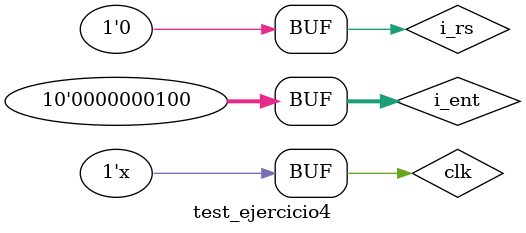
<source format=v>
`timescale 1ns / 1ps


module test_ejercicio4;

	// Inputs
	reg [9:0] i_ent;
	reg i_rs;
	reg clk;

	// Outputs
	wire [7:0]o_res;

	// Instantiate the Unit Under Test (UUT)
	ejercicio_4 uut (
		.i_ent(i_ent), 
		.i_rs(i_rs), 
		.o_res(o_res), 
		.clk(clk)
	);

	initial begin
		// Initialize Inputs
		i_ent = 0;
		i_rs = 0;
		clk = 0;

		// Wait 100 ns for global reset to finish
		#50;
		
		i_ent = 4;
		#50;
        
		i_ent = 6;
		#50;
		
		i_ent = 10;
		#50;
		
		i_rs = 1;
		#50;
		i_rs = 0;
		
		#50;
		i_ent = 4;
		#50;
		// Add stimulus here

	end
	
		always #10
		clk = ~clk;
      
endmodule


</source>
